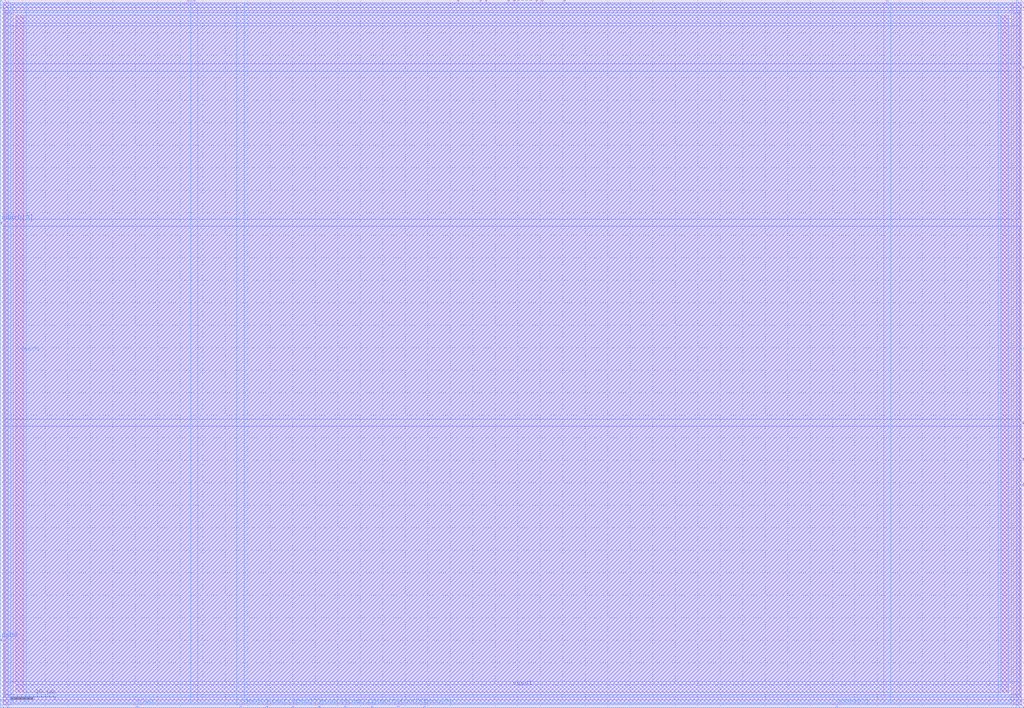
<source format=lef>
VERSION 5.4 ;
NAMESCASESENSITIVE ON ;
BUSBITCHARS "[]" ;
DIVIDERCHAR "/" ;
UNITS
  DATABASE MICRONS 1000 ;
END UNITS
MACRO sky130_sram_16byte_1r1w
   CLASS BLOCK ;
   SIZE 227.62 BY 157.38 ;
   SYMMETRY X Y R90 ;
   PIN din0[0]
      DIRECTION INPUT ;
      PORT
         LAYER met4 ;
         RECT  53.22 0.0 53.6 0.38 ;
      END
   END din0[0]
   PIN din0[1]
      DIRECTION INPUT ;
      PORT
         LAYER met4 ;
         RECT  59.06 0.0 59.44 0.38 ;
      END
   END din0[1]
   PIN din0[2]
      DIRECTION INPUT ;
      PORT
         LAYER met4 ;
         RECT  64.9 0.0 65.28 0.38 ;
      END
   END din0[2]
   PIN din0[3]
      DIRECTION INPUT ;
      PORT
         LAYER met4 ;
         RECT  70.74 0.0 71.12 0.38 ;
      END
   END din0[3]
   PIN din0[4]
      DIRECTION INPUT ;
      PORT
         LAYER met4 ;
         RECT  76.58 0.0 76.96 0.38 ;
      END
   END din0[4]
   PIN din0[5]
      DIRECTION INPUT ;
      PORT
         LAYER met4 ;
         RECT  82.42 0.0 82.8 0.38 ;
      END
   END din0[5]
   PIN din0[6]
      DIRECTION INPUT ;
      PORT
         LAYER met4 ;
         RECT  88.26 0.0 88.64 0.38 ;
      END
   END din0[6]
   PIN din0[7]
      DIRECTION INPUT ;
      PORT
         LAYER met4 ;
         RECT  94.1 0.0 94.48 0.38 ;
      END
   END din0[7]
   PIN addr0[0]
      DIRECTION INPUT ;
      PORT
         LAYER met3 ;
         RECT  0.0 107.58 0.38 107.96 ;
      END
   END addr0[0]
   PIN addr0[1]
      DIRECTION INPUT ;
      PORT
         LAYER met4 ;
         RECT  42.975 157.0 43.355 157.38 ;
      END
   END addr0[1]
   PIN addr0[2]
      DIRECTION INPUT ;
      PORT
         LAYER met4 ;
         RECT  42.285 157.0 42.665 157.38 ;
      END
   END addr0[2]
   PIN addr0[3]
      DIRECTION INPUT ;
      PORT
         LAYER met4 ;
         RECT  41.54 157.0 41.92 157.38 ;
      END
   END addr0[3]
   PIN addr1[0]
      DIRECTION INPUT ;
      PORT
         LAYER met3 ;
         RECT  227.24 63.145 227.62 63.525 ;
      END
   END addr1[0]
   PIN addr1[1]
      DIRECTION INPUT ;
      PORT
         LAYER met3 ;
         RECT  227.24 55.04 227.62 55.42 ;
      END
   END addr1[1]
   PIN addr1[2]
      DIRECTION INPUT ;
      PORT
         LAYER met3 ;
         RECT  227.24 49.4 227.62 49.78 ;
      END
   END addr1[2]
   PIN addr1[3]
      DIRECTION INPUT ;
      PORT
         LAYER met4 ;
         RECT  185.7 0.0 186.08 0.38 ;
      END
   END addr1[3]
   PIN csb0
      DIRECTION INPUT ;
      PORT
         LAYER met3 ;
         RECT  0.0 14.87 0.38 15.25 ;
      END
   END csb0
   PIN csb1
      DIRECTION INPUT ;
      PORT
         LAYER met3 ;
         RECT  227.24 142.13 227.62 142.51 ;
      END
   END csb1
   PIN clk0
      DIRECTION INPUT ;
      PORT
         LAYER met4 ;
         RECT  30.26 0.0 30.64 0.38 ;
      END
   END clk0
   PIN clk1
      DIRECTION INPUT ;
      PORT
         LAYER met4 ;
         RECT  196.98 157.0 197.36 157.38 ;
      END
   END clk1
   PIN dout1[0]
      DIRECTION OUTPUT ;
      PORT
         LAYER met4 ;
         RECT  101.565 157.0 101.945 157.38 ;
      END
   END dout1[0]
   PIN dout1[1]
      DIRECTION OUTPUT ;
      PORT
         LAYER met4 ;
         RECT  106.535 157.0 106.915 157.38 ;
      END
   END dout1[1]
   PIN dout1[2]
      DIRECTION OUTPUT ;
      PORT
         LAYER met4 ;
         RECT  107.805 157.0 108.185 157.38 ;
      END
   END dout1[2]
   PIN dout1[3]
      DIRECTION OUTPUT ;
      PORT
         LAYER met4 ;
         RECT  112.775 157.0 113.155 157.38 ;
      END
   END dout1[3]
   PIN dout1[4]
      DIRECTION OUTPUT ;
      PORT
         LAYER met4 ;
         RECT  114.045 157.0 114.425 157.38 ;
      END
   END dout1[4]
   PIN dout1[5]
      DIRECTION OUTPUT ;
      PORT
         LAYER met4 ;
         RECT  119.015 157.0 119.395 157.38 ;
      END
   END dout1[5]
   PIN dout1[6]
      DIRECTION OUTPUT ;
      PORT
         LAYER met4 ;
         RECT  120.285 157.0 120.665 157.38 ;
      END
   END dout1[6]
   PIN dout1[7]
      DIRECTION OUTPUT ;
      PORT
         LAYER met4 ;
         RECT  125.255 157.0 125.635 157.38 ;
      END
   END dout1[7]
   PIN vccd1
      DIRECTION INOUT ;
      USE POWER ; 
      SHAPE ABUTMENT ; 
      PORT
         LAYER met3 ;
         RECT  0.0 0.0 227.62 1.74 ;
         LAYER met3 ;
         RECT  0.0 155.64 227.62 157.38 ;
         LAYER met4 ;
         RECT  0.0 0.0 1.74 157.38 ;
         LAYER met4 ;
         RECT  225.88 0.0 227.62 157.38 ;
      END
   END vccd1
   PIN vssd1
      DIRECTION INOUT ;
      USE GROUND ; 
      SHAPE ABUTMENT ; 
      PORT
         LAYER met3 ;
         RECT  3.48 152.16 224.14 153.9 ;
         LAYER met4 ;
         RECT  222.4 3.48 224.14 153.9 ;
         LAYER met3 ;
         RECT  3.48 3.48 224.14 5.22 ;
         LAYER met4 ;
         RECT  3.48 3.48 5.22 153.9 ;
      END
   END vssd1
   OBS
   LAYER  met1 ;
      RECT  0.62 0.62 227.0 156.76 ;
   LAYER  met2 ;
      RECT  0.62 0.62 227.0 156.76 ;
   LAYER  met3 ;
      RECT  0.98 106.98 227.0 108.56 ;
      RECT  0.98 62.545 226.64 64.125 ;
      RECT  0.98 64.125 226.64 106.98 ;
      RECT  226.64 64.125 227.0 106.98 ;
      RECT  226.64 56.02 227.0 62.545 ;
      RECT  226.64 50.38 227.0 54.44 ;
      RECT  0.62 15.85 0.98 106.98 ;
      RECT  0.98 108.56 226.64 141.53 ;
      RECT  0.98 141.53 226.64 143.11 ;
      RECT  226.64 108.56 227.0 141.53 ;
      RECT  226.64 2.34 227.0 48.8 ;
      RECT  0.62 2.34 0.98 14.27 ;
      RECT  0.62 108.56 0.98 155.04 ;
      RECT  226.64 143.11 227.0 155.04 ;
      RECT  0.98 143.11 2.88 151.56 ;
      RECT  0.98 151.56 2.88 154.5 ;
      RECT  0.98 154.5 2.88 155.04 ;
      RECT  2.88 143.11 224.74 151.56 ;
      RECT  2.88 154.5 224.74 155.04 ;
      RECT  224.74 143.11 226.64 151.56 ;
      RECT  224.74 151.56 226.64 154.5 ;
      RECT  224.74 154.5 226.64 155.04 ;
      RECT  0.98 2.34 2.88 2.88 ;
      RECT  0.98 2.88 2.88 5.82 ;
      RECT  0.98 5.82 2.88 62.545 ;
      RECT  2.88 2.34 224.74 2.88 ;
      RECT  2.88 5.82 224.74 62.545 ;
      RECT  224.74 2.34 226.64 2.88 ;
      RECT  224.74 2.88 226.64 5.82 ;
      RECT  224.74 5.82 226.64 62.545 ;
   LAYER  met4 ;
      RECT  52.62 0.98 54.2 156.76 ;
      RECT  54.2 0.62 58.46 0.98 ;
      RECT  60.04 0.62 64.3 0.98 ;
      RECT  65.88 0.62 70.14 0.98 ;
      RECT  71.72 0.62 75.98 0.98 ;
      RECT  77.56 0.62 81.82 0.98 ;
      RECT  83.4 0.62 87.66 0.98 ;
      RECT  89.24 0.62 93.5 0.98 ;
      RECT  42.375 0.98 43.955 156.4 ;
      RECT  43.955 0.98 52.62 156.4 ;
      RECT  43.955 156.4 52.62 156.76 ;
      RECT  95.08 0.62 185.1 0.98 ;
      RECT  31.24 0.62 52.62 0.98 ;
      RECT  54.2 0.98 196.38 156.4 ;
      RECT  196.38 0.98 197.96 156.4 ;
      RECT  54.2 156.4 100.965 156.76 ;
      RECT  102.545 156.4 105.935 156.76 ;
      RECT  108.785 156.4 112.175 156.76 ;
      RECT  115.025 156.4 118.415 156.76 ;
      RECT  121.265 156.4 124.655 156.76 ;
      RECT  126.235 156.4 196.38 156.76 ;
      RECT  2.34 156.4 40.94 156.76 ;
      RECT  2.34 0.62 29.66 0.98 ;
      RECT  186.68 0.62 225.28 0.98 ;
      RECT  197.96 156.4 225.28 156.76 ;
      RECT  197.96 0.98 221.8 2.88 ;
      RECT  197.96 2.88 221.8 154.5 ;
      RECT  197.96 154.5 221.8 156.4 ;
      RECT  221.8 0.98 224.74 2.88 ;
      RECT  221.8 154.5 224.74 156.4 ;
      RECT  224.74 0.98 225.28 2.88 ;
      RECT  224.74 2.88 225.28 154.5 ;
      RECT  224.74 154.5 225.28 156.4 ;
      RECT  2.34 0.98 2.88 2.88 ;
      RECT  2.34 2.88 2.88 154.5 ;
      RECT  2.34 154.5 2.88 156.4 ;
      RECT  2.88 0.98 5.82 2.88 ;
      RECT  2.88 154.5 5.82 156.4 ;
      RECT  5.82 0.98 42.375 2.88 ;
      RECT  5.82 2.88 42.375 154.5 ;
      RECT  5.82 154.5 42.375 156.4 ;
   END
END    sky130_sram_16byte_1r1w
END    LIBRARY

</source>
